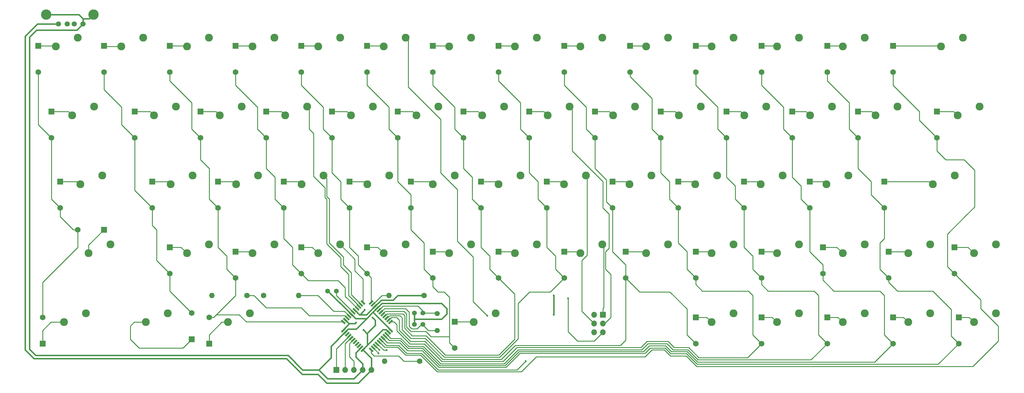
<source format=gbl>
G04 #@! TF.FileFunction,Copper,L2,Bot,Signal*
%FSLAX46Y46*%
G04 Gerber Fmt 4.6, Leading zero omitted, Abs format (unit mm)*
G04 Created by KiCad (PCBNEW 4.0.6) date Saturday, May 27, 2017 'AMt' 11:31:39 AM*
%MOMM*%
%LPD*%
G01*
G04 APERTURE LIST*
%ADD10C,0.100000*%
%ADD11C,1.400000*%
%ADD12C,1.651000*%
%ADD13R,1.651000X1.651000*%
%ADD14C,1.500000*%
%ADD15C,3.000000*%
%ADD16R,1.700000X1.700000*%
%ADD17O,1.700000X1.700000*%
%ADD18C,1.600000*%
%ADD19O,1.600000X1.600000*%
%ADD20C,2.286000*%
%ADD21C,0.600000*%
%ADD22C,0.400000*%
%ADD23C,0.250000*%
G04 APERTURE END LIST*
D10*
D11*
X157696000Y-238062000D03*
X160196000Y-238062000D03*
X157696000Y-234760000D03*
X160196000Y-234760000D03*
X135090000Y-228410000D03*
X132590000Y-228410000D03*
D12*
X48730000Y-164910000D03*
D13*
X48730000Y-157290000D03*
D12*
X67780000Y-164910000D03*
D13*
X67780000Y-157290000D03*
D12*
X86830000Y-164910000D03*
D13*
X86830000Y-157290000D03*
D12*
X105880000Y-164910000D03*
D13*
X105880000Y-157290000D03*
D12*
X124930000Y-164910000D03*
D13*
X124930000Y-157290000D03*
D12*
X143980000Y-164910000D03*
D13*
X143980000Y-157290000D03*
D12*
X163030000Y-164910000D03*
D13*
X163030000Y-157290000D03*
D12*
X182080000Y-164910000D03*
D13*
X182080000Y-157290000D03*
D12*
X201130000Y-164910000D03*
D13*
X201130000Y-157290000D03*
D12*
X220180000Y-164910000D03*
D13*
X220180000Y-157290000D03*
D12*
X239230000Y-164910000D03*
D13*
X239230000Y-157290000D03*
D12*
X258280000Y-164910000D03*
D13*
X258280000Y-157290000D03*
D12*
X277330000Y-164910000D03*
D13*
X277330000Y-157290000D03*
D12*
X296380000Y-164910000D03*
D13*
X296380000Y-157290000D03*
D12*
X52540000Y-183960000D03*
D13*
X52540000Y-176340000D03*
D12*
X76670000Y-183960000D03*
D13*
X76670000Y-176340000D03*
D12*
X95720000Y-183960000D03*
D13*
X95720000Y-176340000D03*
D12*
X114770000Y-183960000D03*
D13*
X114770000Y-176340000D03*
D12*
X133820000Y-183960000D03*
D13*
X133820000Y-176340000D03*
D12*
X152870000Y-183960000D03*
D13*
X152870000Y-176340000D03*
D12*
X171920000Y-183960000D03*
D13*
X171920000Y-176340000D03*
D12*
X190970000Y-183960000D03*
D13*
X190970000Y-176340000D03*
D12*
X210020000Y-183960000D03*
D13*
X210020000Y-176340000D03*
D12*
X229070000Y-183960000D03*
D13*
X229070000Y-176340000D03*
D12*
X248120000Y-183960000D03*
D13*
X248120000Y-176340000D03*
D12*
X267170000Y-183960000D03*
D13*
X267170000Y-176340000D03*
D12*
X286220000Y-183960000D03*
D13*
X286220000Y-176340000D03*
D12*
X309080000Y-183960000D03*
D13*
X309080000Y-176340000D03*
D12*
X55080000Y-204280000D03*
D13*
X55080000Y-196660000D03*
D12*
X81750000Y-204280000D03*
D13*
X81750000Y-196660000D03*
D12*
X100800000Y-204280000D03*
D13*
X100800000Y-196660000D03*
D12*
X119850000Y-204280000D03*
D13*
X119850000Y-196660000D03*
D12*
X138900000Y-204280000D03*
D13*
X138900000Y-196660000D03*
D12*
X156680000Y-204280000D03*
D13*
X156680000Y-196660000D03*
D12*
X177000000Y-204280000D03*
D13*
X177000000Y-196660000D03*
D12*
X196050000Y-204280000D03*
D13*
X196050000Y-196660000D03*
D12*
X215100000Y-204280000D03*
D13*
X215100000Y-196660000D03*
D12*
X234150000Y-204280000D03*
D13*
X234150000Y-196660000D03*
D12*
X253200000Y-204280000D03*
D13*
X253200000Y-196660000D03*
D12*
X272250000Y-204280000D03*
D13*
X272250000Y-196660000D03*
D12*
X293840000Y-204280000D03*
D13*
X293840000Y-196660000D03*
D12*
X60160000Y-210630000D03*
D13*
X67780000Y-210630000D03*
D12*
X86830000Y-223330000D03*
D13*
X86830000Y-215710000D03*
D12*
X105880000Y-224600000D03*
D13*
X105880000Y-216980000D03*
D12*
X124930000Y-223330000D03*
D13*
X124930000Y-215710000D03*
D12*
X143980000Y-223330000D03*
D13*
X143980000Y-215710000D03*
D12*
X163030000Y-224600000D03*
D13*
X163030000Y-216980000D03*
D12*
X182080000Y-224600000D03*
D13*
X182080000Y-216980000D03*
D12*
X201130000Y-224600000D03*
D13*
X201130000Y-216980000D03*
D12*
X218910000Y-224600000D03*
D13*
X218910000Y-216980000D03*
D12*
X239230000Y-224600000D03*
D13*
X239230000Y-216980000D03*
D12*
X258280000Y-224600000D03*
D13*
X258280000Y-216980000D03*
D12*
X276060000Y-223330000D03*
D13*
X276060000Y-215710000D03*
D12*
X295110000Y-224600000D03*
D13*
X295110000Y-216980000D03*
D12*
X50000000Y-236030000D03*
D13*
X50000000Y-243650000D03*
D12*
X93180000Y-234760000D03*
D13*
X93180000Y-242380000D03*
D12*
X98260000Y-236030000D03*
D13*
X98260000Y-243650000D03*
D12*
X169380000Y-244920000D03*
D13*
X169380000Y-237300000D03*
D12*
X239230000Y-243650000D03*
D13*
X239230000Y-236030000D03*
D12*
X258280000Y-243650000D03*
D13*
X258280000Y-236030000D03*
D12*
X277330000Y-243650000D03*
D13*
X277330000Y-236030000D03*
D12*
X296380000Y-243650000D03*
D13*
X296380000Y-236030000D03*
D12*
X315430000Y-243650000D03*
D13*
X315430000Y-236030000D03*
D12*
X314160000Y-223330000D03*
D13*
X314160000Y-215710000D03*
D14*
X61682000Y-150940000D03*
X59142000Y-150940000D03*
X57112000Y-150940000D03*
X54572000Y-150940000D03*
D15*
X64732000Y-148270000D03*
X51012000Y-148270000D03*
D16*
X212306000Y-235268000D03*
D17*
X209766000Y-235268000D03*
X212306000Y-237808000D03*
X209766000Y-237808000D03*
X212306000Y-240348000D03*
X209766000Y-240348000D03*
D18*
X160490000Y-229680000D03*
D19*
X150330000Y-229680000D03*
D18*
X114008000Y-229680000D03*
D19*
X124168000Y-229680000D03*
D18*
X109182000Y-229680000D03*
D19*
X99022000Y-229680000D03*
D18*
X159220000Y-248730000D03*
D19*
X149060000Y-248730000D03*
D20*
X60165000Y-154920000D03*
X53815000Y-157460000D03*
X79165000Y-154920000D03*
X72815000Y-157460000D03*
X98165000Y-154920000D03*
X91815000Y-157460000D03*
X117165000Y-154920000D03*
X110815000Y-157460000D03*
X136165000Y-154920000D03*
X129815000Y-157460000D03*
X155165000Y-154920000D03*
X148815000Y-157460000D03*
X174165000Y-154920000D03*
X167815000Y-157460000D03*
X193165000Y-154920000D03*
X186815000Y-157460000D03*
X212165000Y-154920000D03*
X205815000Y-157460000D03*
X231165000Y-154920000D03*
X224815000Y-157460000D03*
X250165000Y-154920000D03*
X243815000Y-157460000D03*
X269165000Y-154920000D03*
X262815000Y-157460000D03*
X288165000Y-154920000D03*
X281815000Y-157460000D03*
X316665000Y-154920000D03*
X310315000Y-157460000D03*
X64915000Y-174920000D03*
X58565000Y-177460000D03*
X88665000Y-174920000D03*
X82315000Y-177460000D03*
X107665000Y-174920000D03*
X101315000Y-177460000D03*
X126665000Y-174920000D03*
X120315000Y-177460000D03*
X145665000Y-174920000D03*
X139315000Y-177460000D03*
X164665000Y-174920000D03*
X158315000Y-177460000D03*
X183665000Y-174920000D03*
X177315000Y-177460000D03*
X202665000Y-174920000D03*
X196315000Y-177460000D03*
X221665000Y-174920000D03*
X215315000Y-177460000D03*
X240665000Y-174920000D03*
X234315000Y-177460000D03*
X259665000Y-174920000D03*
X253315000Y-177460000D03*
X278665000Y-174920000D03*
X272315000Y-177460000D03*
X297665000Y-174920000D03*
X291315000Y-177460000D03*
X321415000Y-174920000D03*
X315065000Y-177460000D03*
X67290000Y-194920000D03*
X60940000Y-197460000D03*
X93415000Y-194920000D03*
X87065000Y-197460000D03*
X112415000Y-194920000D03*
X106065000Y-197460000D03*
X131415000Y-194920000D03*
X125065000Y-197460000D03*
X150415000Y-194920000D03*
X144065000Y-197460000D03*
X169415000Y-194920000D03*
X163065000Y-197460000D03*
X188415000Y-194920000D03*
X182065000Y-197460000D03*
X207415000Y-194920000D03*
X201065000Y-197460000D03*
X226415000Y-194920000D03*
X220065000Y-197460000D03*
X245415000Y-194920000D03*
X239065000Y-197460000D03*
X264415000Y-194920000D03*
X258065000Y-197460000D03*
X283415000Y-194920000D03*
X277065000Y-197460000D03*
X314290000Y-194920000D03*
X307940000Y-197460000D03*
X98165000Y-214920000D03*
X91815000Y-217460000D03*
X117165000Y-214920000D03*
X110815000Y-217460000D03*
X136165000Y-214920000D03*
X129815000Y-217460000D03*
X155165000Y-214920000D03*
X148815000Y-217460000D03*
X174165000Y-214920000D03*
X167815000Y-217460000D03*
X193165000Y-214920000D03*
X186815000Y-217460000D03*
X212165000Y-214920000D03*
X205815000Y-217460000D03*
X231165000Y-214920000D03*
X224815000Y-217460000D03*
X250165000Y-214920000D03*
X243815000Y-217460000D03*
X269165000Y-214920000D03*
X262815000Y-217460000D03*
X288165000Y-214920000D03*
X281815000Y-217460000D03*
X62540000Y-234920000D03*
X56190000Y-237460000D03*
X86290000Y-234920000D03*
X79940000Y-237460000D03*
X110040000Y-234920000D03*
X103690000Y-237460000D03*
X181290000Y-234920000D03*
X174940000Y-237460000D03*
X250165000Y-234920000D03*
X243815000Y-237460000D03*
X269165000Y-234920000D03*
X262815000Y-237460000D03*
X288165000Y-234920000D03*
X281815000Y-237460000D03*
X307165000Y-234920000D03*
X300815000Y-237460000D03*
X326165000Y-234920000D03*
X319815000Y-237460000D03*
X326165000Y-214920000D03*
X319815000Y-217460000D03*
D10*
G36*
X136396280Y-237032042D02*
X136785188Y-236643134D01*
X137845848Y-237703794D01*
X137456940Y-238092702D01*
X136396280Y-237032042D01*
X136396280Y-237032042D01*
G37*
G36*
X136961966Y-236466357D02*
X137350874Y-236077449D01*
X138411534Y-237138109D01*
X138022626Y-237527017D01*
X136961966Y-236466357D01*
X136961966Y-236466357D01*
G37*
G36*
X137527651Y-235900672D02*
X137916559Y-235511764D01*
X138977219Y-236572424D01*
X138588311Y-236961332D01*
X137527651Y-235900672D01*
X137527651Y-235900672D01*
G37*
G36*
X138093336Y-235334986D02*
X138482244Y-234946078D01*
X139542904Y-236006738D01*
X139153996Y-236395646D01*
X138093336Y-235334986D01*
X138093336Y-235334986D01*
G37*
G36*
X138659022Y-234769301D02*
X139047930Y-234380393D01*
X140108590Y-235441053D01*
X139719682Y-235829961D01*
X138659022Y-234769301D01*
X138659022Y-234769301D01*
G37*
G36*
X139224707Y-234203615D02*
X139613615Y-233814707D01*
X140674275Y-234875367D01*
X140285367Y-235264275D01*
X139224707Y-234203615D01*
X139224707Y-234203615D01*
G37*
G36*
X139790393Y-233637930D02*
X140179301Y-233249022D01*
X141239961Y-234309682D01*
X140851053Y-234698590D01*
X139790393Y-233637930D01*
X139790393Y-233637930D01*
G37*
G36*
X140356078Y-233072244D02*
X140744986Y-232683336D01*
X141805646Y-233743996D01*
X141416738Y-234132904D01*
X140356078Y-233072244D01*
X140356078Y-233072244D01*
G37*
G36*
X140921764Y-232506559D02*
X141310672Y-232117651D01*
X142371332Y-233178311D01*
X141982424Y-233567219D01*
X140921764Y-232506559D01*
X140921764Y-232506559D01*
G37*
G36*
X141487449Y-231940874D02*
X141876357Y-231551966D01*
X142937017Y-232612626D01*
X142548109Y-233001534D01*
X141487449Y-231940874D01*
X141487449Y-231940874D01*
G37*
G36*
X142053134Y-231375188D02*
X142442042Y-230986280D01*
X143502702Y-232046940D01*
X143113794Y-232435848D01*
X142053134Y-231375188D01*
X142053134Y-231375188D01*
G37*
G36*
X145517958Y-230986280D02*
X145906866Y-231375188D01*
X144846206Y-232435848D01*
X144457298Y-232046940D01*
X145517958Y-230986280D01*
X145517958Y-230986280D01*
G37*
G36*
X146083643Y-231551966D02*
X146472551Y-231940874D01*
X145411891Y-233001534D01*
X145022983Y-232612626D01*
X146083643Y-231551966D01*
X146083643Y-231551966D01*
G37*
G36*
X146649328Y-232117651D02*
X147038236Y-232506559D01*
X145977576Y-233567219D01*
X145588668Y-233178311D01*
X146649328Y-232117651D01*
X146649328Y-232117651D01*
G37*
G36*
X147215014Y-232683336D02*
X147603922Y-233072244D01*
X146543262Y-234132904D01*
X146154354Y-233743996D01*
X147215014Y-232683336D01*
X147215014Y-232683336D01*
G37*
G36*
X147780699Y-233249022D02*
X148169607Y-233637930D01*
X147108947Y-234698590D01*
X146720039Y-234309682D01*
X147780699Y-233249022D01*
X147780699Y-233249022D01*
G37*
G36*
X148346385Y-233814707D02*
X148735293Y-234203615D01*
X147674633Y-235264275D01*
X147285725Y-234875367D01*
X148346385Y-233814707D01*
X148346385Y-233814707D01*
G37*
G36*
X148912070Y-234380393D02*
X149300978Y-234769301D01*
X148240318Y-235829961D01*
X147851410Y-235441053D01*
X148912070Y-234380393D01*
X148912070Y-234380393D01*
G37*
G36*
X149477756Y-234946078D02*
X149866664Y-235334986D01*
X148806004Y-236395646D01*
X148417096Y-236006738D01*
X149477756Y-234946078D01*
X149477756Y-234946078D01*
G37*
G36*
X150043441Y-235511764D02*
X150432349Y-235900672D01*
X149371689Y-236961332D01*
X148982781Y-236572424D01*
X150043441Y-235511764D01*
X150043441Y-235511764D01*
G37*
G36*
X150609126Y-236077449D02*
X150998034Y-236466357D01*
X149937374Y-237527017D01*
X149548466Y-237138109D01*
X150609126Y-236077449D01*
X150609126Y-236077449D01*
G37*
G36*
X151174812Y-236643134D02*
X151563720Y-237032042D01*
X150503060Y-238092702D01*
X150114152Y-237703794D01*
X151174812Y-236643134D01*
X151174812Y-236643134D01*
G37*
G36*
X150114152Y-239436206D02*
X150503060Y-239047298D01*
X151563720Y-240107958D01*
X151174812Y-240496866D01*
X150114152Y-239436206D01*
X150114152Y-239436206D01*
G37*
G36*
X149548466Y-240001891D02*
X149937374Y-239612983D01*
X150998034Y-240673643D01*
X150609126Y-241062551D01*
X149548466Y-240001891D01*
X149548466Y-240001891D01*
G37*
G36*
X148982781Y-240567576D02*
X149371689Y-240178668D01*
X150432349Y-241239328D01*
X150043441Y-241628236D01*
X148982781Y-240567576D01*
X148982781Y-240567576D01*
G37*
G36*
X148417096Y-241133262D02*
X148806004Y-240744354D01*
X149866664Y-241805014D01*
X149477756Y-242193922D01*
X148417096Y-241133262D01*
X148417096Y-241133262D01*
G37*
G36*
X147851410Y-241698947D02*
X148240318Y-241310039D01*
X149300978Y-242370699D01*
X148912070Y-242759607D01*
X147851410Y-241698947D01*
X147851410Y-241698947D01*
G37*
G36*
X147285725Y-242264633D02*
X147674633Y-241875725D01*
X148735293Y-242936385D01*
X148346385Y-243325293D01*
X147285725Y-242264633D01*
X147285725Y-242264633D01*
G37*
G36*
X146720039Y-242830318D02*
X147108947Y-242441410D01*
X148169607Y-243502070D01*
X147780699Y-243890978D01*
X146720039Y-242830318D01*
X146720039Y-242830318D01*
G37*
G36*
X146154354Y-243396004D02*
X146543262Y-243007096D01*
X147603922Y-244067756D01*
X147215014Y-244456664D01*
X146154354Y-243396004D01*
X146154354Y-243396004D01*
G37*
G36*
X145588668Y-243961689D02*
X145977576Y-243572781D01*
X147038236Y-244633441D01*
X146649328Y-245022349D01*
X145588668Y-243961689D01*
X145588668Y-243961689D01*
G37*
G36*
X145022983Y-244527374D02*
X145411891Y-244138466D01*
X146472551Y-245199126D01*
X146083643Y-245588034D01*
X145022983Y-244527374D01*
X145022983Y-244527374D01*
G37*
G36*
X144457298Y-245093060D02*
X144846206Y-244704152D01*
X145906866Y-245764812D01*
X145517958Y-246153720D01*
X144457298Y-245093060D01*
X144457298Y-245093060D01*
G37*
G36*
X143113794Y-244704152D02*
X143502702Y-245093060D01*
X142442042Y-246153720D01*
X142053134Y-245764812D01*
X143113794Y-244704152D01*
X143113794Y-244704152D01*
G37*
G36*
X142548109Y-244138466D02*
X142937017Y-244527374D01*
X141876357Y-245588034D01*
X141487449Y-245199126D01*
X142548109Y-244138466D01*
X142548109Y-244138466D01*
G37*
G36*
X141982424Y-243572781D02*
X142371332Y-243961689D01*
X141310672Y-245022349D01*
X140921764Y-244633441D01*
X141982424Y-243572781D01*
X141982424Y-243572781D01*
G37*
G36*
X141416738Y-243007096D02*
X141805646Y-243396004D01*
X140744986Y-244456664D01*
X140356078Y-244067756D01*
X141416738Y-243007096D01*
X141416738Y-243007096D01*
G37*
G36*
X140851053Y-242441410D02*
X141239961Y-242830318D01*
X140179301Y-243890978D01*
X139790393Y-243502070D01*
X140851053Y-242441410D01*
X140851053Y-242441410D01*
G37*
G36*
X140285367Y-241875725D02*
X140674275Y-242264633D01*
X139613615Y-243325293D01*
X139224707Y-242936385D01*
X140285367Y-241875725D01*
X140285367Y-241875725D01*
G37*
G36*
X139719682Y-241310039D02*
X140108590Y-241698947D01*
X139047930Y-242759607D01*
X138659022Y-242370699D01*
X139719682Y-241310039D01*
X139719682Y-241310039D01*
G37*
G36*
X139153996Y-240744354D02*
X139542904Y-241133262D01*
X138482244Y-242193922D01*
X138093336Y-241805014D01*
X139153996Y-240744354D01*
X139153996Y-240744354D01*
G37*
G36*
X138588311Y-240178668D02*
X138977219Y-240567576D01*
X137916559Y-241628236D01*
X137527651Y-241239328D01*
X138588311Y-240178668D01*
X138588311Y-240178668D01*
G37*
G36*
X138022626Y-239612983D02*
X138411534Y-240001891D01*
X137350874Y-241062551D01*
X136961966Y-240673643D01*
X138022626Y-239612983D01*
X138022626Y-239612983D01*
G37*
G36*
X137456940Y-239047298D02*
X137845848Y-239436206D01*
X136785188Y-240496866D01*
X136396280Y-240107958D01*
X137456940Y-239047298D01*
X137456940Y-239047298D01*
G37*
D14*
X164300000Y-239840000D03*
X164300000Y-234960000D03*
D16*
X135090000Y-251270000D03*
D17*
X137630000Y-251270000D03*
X140170000Y-251270000D03*
X142710000Y-251270000D03*
X145250000Y-251270000D03*
D20*
X307165000Y-214920000D03*
X300815000Y-217460000D03*
X69665000Y-214920000D03*
X63315000Y-217460000D03*
D21*
X147536000Y-245428000D03*
X149695000Y-245555000D03*
X198082000Y-235268000D03*
X198082000Y-229680000D03*
X143345000Y-233871000D03*
X145631000Y-236157000D03*
X140805000Y-237554000D03*
X142964000Y-239713000D03*
X202273000Y-230569000D03*
X178778000Y-235522000D03*
X147282000Y-246444000D03*
X189954000Y-248730000D03*
D22*
X142710000Y-251270000D02*
X142710000Y-249492000D01*
X140805000Y-246270483D02*
X142212233Y-244863250D01*
X140805000Y-247587000D02*
X140805000Y-246270483D01*
X142710000Y-249492000D02*
X140805000Y-247587000D01*
X46190000Y-244920000D02*
X46190000Y-245301000D01*
X46190000Y-154750000D02*
X46190000Y-197930000D01*
X46190000Y-197930000D02*
X46190000Y-244920000D01*
X130010000Y-251270000D02*
X127978000Y-251270000D01*
X59904000Y-152718000D02*
X61682000Y-150940000D01*
X48222000Y-152718000D02*
X59904000Y-152718000D01*
X46190000Y-154750000D02*
X48222000Y-152718000D01*
X125311000Y-251270000D02*
X127978000Y-251270000D01*
X121120000Y-247079000D02*
X125311000Y-251270000D01*
X47968000Y-247079000D02*
X121120000Y-247079000D01*
X46190000Y-245301000D02*
X47968000Y-247079000D01*
X61682000Y-149416000D02*
X63586000Y-149416000D01*
X63586000Y-149416000D02*
X64732000Y-148270000D01*
X61682000Y-150940000D02*
X61682000Y-149416000D01*
X61682000Y-149416000D02*
X61682000Y-149414000D01*
X60538000Y-148270000D02*
X51012000Y-148270000D01*
X61682000Y-149414000D02*
X60538000Y-148270000D01*
X63588000Y-148778000D02*
X64732000Y-148778000D01*
X137686750Y-240337767D02*
X137686750Y-240291250D01*
X137686750Y-240291250D02*
X138519000Y-239459000D01*
X140828258Y-239459000D02*
X143887887Y-236399371D01*
X138519000Y-239459000D02*
X140828258Y-239459000D01*
X150838936Y-239772082D02*
X150838936Y-239713936D01*
X150838936Y-239713936D02*
X145706129Y-234581129D01*
X140678000Y-236399371D02*
X143887887Y-236399371D01*
X143887887Y-236399371D02*
X145706129Y-234581129D01*
X145706129Y-234581129D02*
X146879138Y-233408120D01*
X140678000Y-236399371D02*
X139383806Y-235105177D01*
X130010000Y-251270000D02*
X133566000Y-247714000D01*
X133566000Y-244458517D02*
X137686750Y-240337767D01*
X133566000Y-247714000D02*
X133566000Y-244458517D01*
X132590000Y-228410000D02*
X132688629Y-228410000D01*
X132688629Y-228410000D02*
X139383806Y-235105177D01*
X157696000Y-236538000D02*
X165570000Y-236538000D01*
X165570000Y-236538000D02*
X167094000Y-235014000D01*
X167094000Y-235014000D02*
X167094000Y-233490000D01*
X167094000Y-233490000D02*
X165570000Y-231966000D01*
X165570000Y-231966000D02*
X148321258Y-231966000D01*
X148321258Y-231966000D02*
X146879138Y-233408120D01*
X157696000Y-234760000D02*
X157696000Y-236538000D01*
X157696000Y-236538000D02*
X157696000Y-238062000D01*
X140170000Y-253810000D02*
X142710000Y-251270000D01*
X132550000Y-253810000D02*
X140170000Y-253810000D01*
X130010000Y-251270000D02*
X132550000Y-253810000D01*
D23*
X160196000Y-238062000D02*
X159728000Y-238062000D01*
X159728000Y-238062000D02*
X158458000Y-239332000D01*
X149060000Y-233490000D02*
X148010509Y-234539491D01*
X155156000Y-233490000D02*
X149060000Y-233490000D01*
X156172000Y-234506000D02*
X155156000Y-233490000D01*
X156172000Y-238570000D02*
X156172000Y-234506000D01*
X156934000Y-239332000D02*
X156172000Y-238570000D01*
X158458000Y-239332000D02*
X156934000Y-239332000D01*
X160196000Y-238062000D02*
X160196000Y-238276000D01*
X160196000Y-238276000D02*
X161760000Y-239840000D01*
X161760000Y-239840000D02*
X164300000Y-239840000D01*
X160196000Y-234760000D02*
X160196000Y-234212000D01*
X160196000Y-234212000D02*
X158712000Y-232728000D01*
X148690629Y-232728000D02*
X147444823Y-233973806D01*
X158712000Y-232728000D02*
X148690629Y-232728000D01*
X160196000Y-234760000D02*
X164100000Y-234760000D01*
X164100000Y-234760000D02*
X164300000Y-234960000D01*
X147444823Y-233973806D02*
X147444823Y-233835177D01*
X135090000Y-228410000D02*
X135090000Y-229680000D01*
X135090000Y-229680000D02*
X139949491Y-234539491D01*
X146405565Y-244297565D02*
X147536000Y-245428000D01*
X146313452Y-244297565D02*
X146405565Y-244297565D01*
X50000000Y-236030000D02*
X50000000Y-225870000D01*
X50000000Y-225870000D02*
X60160000Y-215710000D01*
X60160000Y-215710000D02*
X60160000Y-210630000D01*
X55080000Y-204280000D02*
X55080000Y-206820000D01*
X58890000Y-210630000D02*
X60160000Y-210630000D01*
X55080000Y-206820000D02*
X58890000Y-210630000D01*
X52540000Y-183960000D02*
X52540000Y-201740000D01*
X52540000Y-201740000D02*
X55080000Y-204280000D01*
X48730000Y-164910000D02*
X48730000Y-180150000D01*
X48730000Y-180150000D02*
X52540000Y-183960000D01*
X48730000Y-157290000D02*
X53645000Y-157290000D01*
X53645000Y-157290000D02*
X53815000Y-157460000D01*
X148806000Y-245555000D02*
X149695000Y-245555000D01*
X146982880Y-243731880D02*
X148806000Y-245555000D01*
X146879138Y-243731880D02*
X146982880Y-243731880D01*
X146879138Y-243731880D02*
X146879138Y-243755138D01*
X86830000Y-223330000D02*
X86830000Y-228410000D01*
X86830000Y-228410000D02*
X93180000Y-234760000D01*
X81750000Y-204280000D02*
X81750000Y-209360000D01*
X83020000Y-219520000D02*
X86830000Y-223330000D01*
X83020000Y-210630000D02*
X83020000Y-219520000D01*
X81750000Y-209360000D02*
X83020000Y-210630000D01*
X76670000Y-183960000D02*
X76670000Y-199200000D01*
X76670000Y-199200000D02*
X81750000Y-204280000D01*
X67780000Y-164910000D02*
X67780000Y-169990000D01*
X72860000Y-180150000D02*
X76670000Y-183960000D01*
X72860000Y-175070000D02*
X72860000Y-180150000D01*
X67780000Y-169990000D02*
X72860000Y-175070000D01*
X72815000Y-157460000D02*
X67950000Y-157460000D01*
X67950000Y-157460000D02*
X67780000Y-157290000D01*
X137121064Y-237367918D02*
X108995918Y-237367918D01*
X106896000Y-235268000D02*
X100292000Y-235268000D01*
X108995918Y-237367918D02*
X106896000Y-235268000D01*
X98260000Y-236030000D02*
X99530000Y-236030000D01*
X105880000Y-229680000D02*
X105880000Y-224600000D01*
X99530000Y-236030000D02*
X100292000Y-235268000D01*
X100292000Y-235268000D02*
X105880000Y-229680000D01*
X100800000Y-204280000D02*
X100800000Y-215710000D01*
X103340000Y-222060000D02*
X105880000Y-224600000D01*
X103340000Y-218250000D02*
X103340000Y-222060000D01*
X100800000Y-215710000D02*
X103340000Y-218250000D01*
X95720000Y-183960000D02*
X95720000Y-190310000D01*
X98260000Y-201740000D02*
X100800000Y-204280000D01*
X98260000Y-192850000D02*
X98260000Y-201740000D01*
X95720000Y-190310000D02*
X98260000Y-192850000D01*
X86830000Y-164910000D02*
X86830000Y-167450000D01*
X93180000Y-181420000D02*
X95720000Y-183960000D01*
X93180000Y-173800000D02*
X93180000Y-181420000D01*
X86830000Y-167450000D02*
X93180000Y-173800000D01*
X86830000Y-157290000D02*
X91645000Y-157290000D01*
X91645000Y-157290000D02*
X91815000Y-157460000D01*
X141080862Y-233408120D02*
X141080862Y-233384862D01*
X141080862Y-233384862D02*
X137630000Y-229934000D01*
X126962000Y-225362000D02*
X124930000Y-223330000D01*
X135598000Y-225362000D02*
X126962000Y-225362000D01*
X137630000Y-227394000D02*
X135598000Y-225362000D01*
X137630000Y-229934000D02*
X137630000Y-227394000D01*
X119850000Y-204280000D02*
X119850000Y-213170000D01*
X122390000Y-220790000D02*
X124930000Y-223330000D01*
X122390000Y-215710000D02*
X122390000Y-220790000D01*
X119850000Y-213170000D02*
X122390000Y-215710000D01*
X114770000Y-183960000D02*
X114770000Y-192850000D01*
X117310000Y-201740000D02*
X119850000Y-204280000D01*
X117310000Y-195390000D02*
X117310000Y-201740000D01*
X114770000Y-192850000D02*
X117310000Y-195390000D01*
X105880000Y-164910000D02*
X105880000Y-168720000D01*
X112230000Y-181420000D02*
X114770000Y-183960000D01*
X112230000Y-175070000D02*
X112230000Y-181420000D01*
X105880000Y-168720000D02*
X112230000Y-175070000D01*
X105880000Y-157290000D02*
X110645000Y-157290000D01*
X110645000Y-157290000D02*
X110815000Y-157460000D01*
X145182082Y-231711064D02*
X145182082Y-224532082D01*
X145182082Y-224532082D02*
X143980000Y-223330000D01*
X138900000Y-204280000D02*
X138900000Y-215710000D01*
X141440000Y-220790000D02*
X143980000Y-223330000D01*
X141440000Y-218250000D02*
X141440000Y-220790000D01*
X138900000Y-215710000D02*
X141440000Y-218250000D01*
X133820000Y-183960000D02*
X133820000Y-194120000D01*
X136360000Y-201740000D02*
X138900000Y-204280000D01*
X136360000Y-196660000D02*
X136360000Y-201740000D01*
X133820000Y-194120000D02*
X136360000Y-196660000D01*
X124930000Y-164910000D02*
X124930000Y-168720000D01*
X131280000Y-181420000D02*
X133820000Y-183960000D01*
X131280000Y-175070000D02*
X131280000Y-181420000D01*
X124930000Y-168720000D02*
X131280000Y-175070000D01*
X124930000Y-157290000D02*
X129645000Y-157290000D01*
X129645000Y-157290000D02*
X129815000Y-157460000D01*
X168364000Y-243904000D02*
X167856000Y-243396000D01*
X169380000Y-244920000D02*
X168364000Y-243904000D01*
X167856000Y-243396000D02*
X167856000Y-241618000D01*
X148576194Y-235105177D02*
X148576194Y-234989806D01*
X148576194Y-234989806D02*
X149314000Y-234252000D01*
X162522000Y-241618000D02*
X167856000Y-241618000D01*
X160998000Y-240094000D02*
X162522000Y-241618000D01*
X156680000Y-240094000D02*
X160998000Y-240094000D01*
X155410000Y-238824000D02*
X156680000Y-240094000D01*
X155410000Y-235014000D02*
X155410000Y-238824000D01*
X154648000Y-234252000D02*
X155410000Y-235014000D01*
X149314000Y-234252000D02*
X154648000Y-234252000D01*
X163030000Y-224600000D02*
X163030000Y-227140000D01*
X167856000Y-230188000D02*
X167856000Y-241618000D01*
X166332000Y-228664000D02*
X167856000Y-230188000D01*
X164554000Y-228664000D02*
X166332000Y-228664000D01*
X163030000Y-227140000D02*
X164554000Y-228664000D01*
X156680000Y-204280000D02*
X156680000Y-210630000D01*
X160490000Y-222060000D02*
X163030000Y-224600000D01*
X160490000Y-214440000D02*
X160490000Y-222060000D01*
X156680000Y-210630000D02*
X160490000Y-214440000D01*
X152870000Y-183960000D02*
X152870000Y-196660000D01*
X156680000Y-200470000D02*
X156680000Y-204280000D01*
X152870000Y-196660000D02*
X156680000Y-200470000D01*
X143980000Y-164910000D02*
X143980000Y-168720000D01*
X150330000Y-181420000D02*
X152870000Y-183960000D01*
X150330000Y-175070000D02*
X150330000Y-181420000D01*
X143980000Y-168720000D02*
X150330000Y-175070000D01*
X143980000Y-157290000D02*
X148645000Y-157290000D01*
X148645000Y-157290000D02*
X148815000Y-157460000D01*
X154902000Y-235522000D02*
X154902000Y-239205000D01*
X154394000Y-235014000D02*
X154902000Y-235522000D01*
X149822000Y-235014000D02*
X154394000Y-235014000D01*
X149165138Y-235670862D02*
X149822000Y-235014000D01*
X186779000Y-229299000D02*
X182080000Y-224600000D01*
X186779000Y-242380000D02*
X186779000Y-229299000D01*
X182207000Y-246952000D02*
X186779000Y-242380000D01*
X166713000Y-246952000D02*
X182207000Y-246952000D01*
X161125000Y-241364000D02*
X166713000Y-246952000D01*
X157061000Y-241364000D02*
X161125000Y-241364000D01*
X154902000Y-239205000D02*
X157061000Y-241364000D01*
X149141880Y-235670862D02*
X149165138Y-235670862D01*
X177000000Y-204280000D02*
X177000000Y-215710000D01*
X177000000Y-215710000D02*
X179540000Y-218250000D01*
X179540000Y-218250000D02*
X179540000Y-222060000D01*
X179540000Y-222060000D02*
X182080000Y-224600000D01*
X171920000Y-183960000D02*
X171920000Y-192850000D01*
X174460000Y-201740000D02*
X177000000Y-204280000D01*
X174460000Y-195390000D02*
X174460000Y-201740000D01*
X171920000Y-192850000D02*
X174460000Y-195390000D01*
X163030000Y-164910000D02*
X163030000Y-168720000D01*
X169380000Y-181420000D02*
X171920000Y-183960000D01*
X169380000Y-175070000D02*
X169380000Y-181420000D01*
X163030000Y-168720000D02*
X169380000Y-175070000D01*
X167645000Y-157290000D02*
X167815000Y-157460000D01*
X163030000Y-157290000D02*
X167645000Y-157290000D01*
X150584000Y-235522000D02*
X153505000Y-235522000D01*
X154140000Y-239586000D02*
X156680000Y-242126000D01*
X156680000Y-242126000D02*
X160871000Y-242126000D01*
X160871000Y-242126000D02*
X166332000Y-247587000D01*
X166332000Y-247587000D02*
X182461000Y-247587000D01*
X182461000Y-247587000D02*
X187795000Y-242253000D01*
X187795000Y-242253000D02*
X187795000Y-231966000D01*
X187795000Y-231966000D02*
X191097000Y-228664000D01*
X191097000Y-228664000D02*
X197066000Y-228664000D01*
X201130000Y-224600000D02*
X197066000Y-228664000D01*
X150584000Y-235522000D02*
X149869452Y-236236548D01*
X154140000Y-236157000D02*
X154140000Y-239586000D01*
X153505000Y-235522000D02*
X154140000Y-236157000D01*
X149707565Y-236236548D02*
X149869452Y-236236548D01*
X196050000Y-204280000D02*
X196050000Y-215710000D01*
X196050000Y-215710000D02*
X198590000Y-218250000D01*
X198590000Y-218250000D02*
X198590000Y-222060000D01*
X198590000Y-222060000D02*
X201130000Y-224600000D01*
X190970000Y-183960000D02*
X190970000Y-194120000D01*
X193510000Y-201740000D02*
X196050000Y-204280000D01*
X193510000Y-196660000D02*
X193510000Y-201740000D01*
X190970000Y-194120000D02*
X193510000Y-196660000D01*
X182080000Y-164910000D02*
X182080000Y-167450000D01*
X188430000Y-181420000D02*
X190970000Y-183960000D01*
X188430000Y-173800000D02*
X188430000Y-181420000D01*
X182080000Y-167450000D02*
X188430000Y-173800000D01*
X182080000Y-157290000D02*
X186645000Y-157290000D01*
X186645000Y-157290000D02*
X186815000Y-157460000D01*
X151092000Y-236030000D02*
X152565200Y-236030000D01*
X150319767Y-236802233D02*
X151092000Y-236030000D01*
X153327200Y-236792000D02*
X153327200Y-239789200D01*
X152565200Y-236030000D02*
X153327200Y-236792000D01*
X212560000Y-195390000D02*
X213322000Y-196152000D01*
X210020000Y-192850000D02*
X212560000Y-195390000D01*
X210020000Y-183960000D02*
X210020000Y-192850000D01*
X213322000Y-202502000D02*
X215100000Y-204280000D01*
X213322000Y-196152000D02*
X213322000Y-202502000D01*
X182588000Y-248222000D02*
X182842000Y-248222000D01*
X182842000Y-248222000D02*
X186906000Y-244158000D01*
X186906000Y-244158000D02*
X217386000Y-244158000D01*
X217386000Y-244158000D02*
X218910000Y-242634000D01*
X218910000Y-242634000D02*
X218910000Y-224600000D01*
X153327200Y-239789200D02*
X156553000Y-243015000D01*
X156553000Y-243015000D02*
X160744000Y-243015000D01*
X160744000Y-243015000D02*
X165951000Y-248222000D01*
X165951000Y-248222000D02*
X182588000Y-248222000D01*
X153314500Y-239776500D02*
X153327200Y-239789200D01*
X218910000Y-224600000D02*
X222974000Y-228664000D01*
X222974000Y-228664000D02*
X231737000Y-228664000D01*
X231737000Y-228664000D02*
X236690000Y-233617000D01*
X236690000Y-233617000D02*
X236690000Y-241110000D01*
X236690000Y-241110000D02*
X239230000Y-243650000D01*
X150273250Y-236802233D02*
X150319767Y-236802233D01*
X215100000Y-204280000D02*
X215100000Y-216980000D01*
X215100000Y-216980000D02*
X218910000Y-220790000D01*
X218910000Y-220790000D02*
X218910000Y-224600000D01*
X201130000Y-164910000D02*
X201130000Y-168720000D01*
X207480000Y-181420000D02*
X210020000Y-183960000D01*
X207480000Y-175070000D02*
X207480000Y-181420000D01*
X201130000Y-168720000D02*
X207480000Y-175070000D01*
X201130000Y-157290000D02*
X205645000Y-157290000D01*
X205645000Y-157290000D02*
X205815000Y-157460000D01*
X222720000Y-244793000D02*
X223355000Y-244793000D01*
X233007000Y-244793000D02*
X232880000Y-244793000D01*
X231229000Y-243015000D02*
X233007000Y-244793000D01*
X225133000Y-243015000D02*
X231229000Y-243015000D01*
X223355000Y-244793000D02*
X225133000Y-243015000D01*
X183223000Y-248857000D02*
X183350000Y-248857000D01*
X183350000Y-248857000D02*
X187414000Y-244793000D01*
X254216000Y-247714000D02*
X258280000Y-243650000D01*
X240119000Y-247714000D02*
X254216000Y-247714000D01*
X237198000Y-244793000D02*
X240119000Y-247714000D01*
X187414000Y-244793000D02*
X222720000Y-244793000D01*
X232880000Y-244793000D02*
X237198000Y-244793000D01*
X152611582Y-238193418D02*
X152611582Y-239962582D01*
X165697000Y-248857000D02*
X183223000Y-248857000D01*
X160617000Y-243777000D02*
X165697000Y-248857000D01*
X156426000Y-243777000D02*
X160617000Y-243777000D01*
X152611582Y-239962582D02*
X156426000Y-243777000D01*
X239230000Y-224600000D02*
X239230000Y-226505000D01*
X255740000Y-241110000D02*
X258280000Y-243650000D01*
X255740000Y-229680000D02*
X255740000Y-241110000D01*
X254470000Y-228410000D02*
X255740000Y-229680000D01*
X241135000Y-228410000D02*
X254470000Y-228410000D01*
X239230000Y-226505000D02*
X241135000Y-228410000D01*
X234150000Y-204280000D02*
X234150000Y-214440000D01*
X236690000Y-222060000D02*
X239230000Y-224600000D01*
X236690000Y-216980000D02*
X236690000Y-222060000D01*
X234150000Y-214440000D02*
X236690000Y-216980000D01*
X229070000Y-183960000D02*
X229070000Y-194120000D01*
X231610000Y-201740000D02*
X234150000Y-204280000D01*
X231610000Y-196660000D02*
X231610000Y-201740000D01*
X229070000Y-194120000D02*
X231610000Y-196660000D01*
X220180000Y-164910000D02*
X220180000Y-166180000D01*
X226530000Y-181420000D02*
X229070000Y-183960000D01*
X226530000Y-172530000D02*
X226530000Y-181420000D01*
X220180000Y-166180000D02*
X226530000Y-172530000D01*
X150838936Y-237367918D02*
X151786082Y-237367918D01*
X151786082Y-237367918D02*
X152611582Y-238193418D01*
X152611582Y-238193418D02*
X152616000Y-238197836D01*
X220180000Y-157290000D02*
X224645000Y-157290000D01*
X224645000Y-157290000D02*
X224815000Y-157460000D01*
X223355000Y-245428000D02*
X223609000Y-245428000D01*
X230848000Y-243650000D02*
X232626000Y-245428000D01*
X225387000Y-243650000D02*
X230848000Y-243650000D01*
X223609000Y-245428000D02*
X225387000Y-243650000D01*
X242786000Y-248349000D02*
X272631000Y-248349000D01*
X236944000Y-245428000D02*
X239865000Y-248349000D01*
X239865000Y-248349000D02*
X242786000Y-248349000D01*
X213322000Y-245428000D02*
X223355000Y-245428000D01*
X232626000Y-245428000D02*
X236944000Y-245428000D01*
X272631000Y-248349000D02*
X277330000Y-243650000D01*
X183604000Y-249492000D02*
X183731000Y-249492000D01*
X165316000Y-249492000D02*
X183604000Y-249492000D01*
X160363000Y-244539000D02*
X165316000Y-249492000D01*
X156172000Y-244539000D02*
X160363000Y-244539000D01*
X153759000Y-242126000D02*
X156172000Y-244539000D01*
X150838000Y-242126000D02*
X153759000Y-242126000D01*
X149707565Y-240995565D02*
X150838000Y-242126000D01*
X187795000Y-245428000D02*
X213322000Y-245428000D01*
X213322000Y-245428000D02*
X213449000Y-245428000D01*
X183731000Y-249492000D02*
X187795000Y-245428000D01*
X149707565Y-240903452D02*
X149707565Y-240995565D01*
X258280000Y-224600000D02*
X258280000Y-226505000D01*
X258280000Y-226505000D02*
X260185000Y-228410000D01*
X260185000Y-228410000D02*
X273520000Y-228410000D01*
X273520000Y-228410000D02*
X274790000Y-229680000D01*
X274790000Y-229680000D02*
X274790000Y-241110000D01*
X274790000Y-241110000D02*
X277330000Y-243650000D01*
X253200000Y-204280000D02*
X253200000Y-215710000D01*
X255740000Y-222060000D02*
X258280000Y-224600000D01*
X255740000Y-218250000D02*
X255740000Y-222060000D01*
X253200000Y-215710000D02*
X255740000Y-218250000D01*
X248120000Y-183960000D02*
X248120000Y-195390000D01*
X250660000Y-201740000D02*
X253200000Y-204280000D01*
X250660000Y-197930000D02*
X250660000Y-201740000D01*
X248120000Y-195390000D02*
X250660000Y-197930000D01*
X239230000Y-164910000D02*
X239230000Y-168720000D01*
X245580000Y-181420000D02*
X248120000Y-183960000D01*
X245580000Y-175070000D02*
X245580000Y-181420000D01*
X239230000Y-168720000D02*
X245580000Y-175070000D01*
X239230000Y-157290000D02*
X243645000Y-157290000D01*
X243645000Y-157290000D02*
X243815000Y-157460000D01*
X224117000Y-245936000D02*
X225768000Y-244285000D01*
X230467000Y-244285000D02*
X232118000Y-245936000D01*
X225768000Y-244285000D02*
X230467000Y-244285000D01*
X259042000Y-248984000D02*
X291046000Y-248984000D01*
X236690000Y-245936000D02*
X239738000Y-248984000D01*
X239738000Y-248984000D02*
X259042000Y-248984000D01*
X183985000Y-250000000D02*
X188049000Y-245936000D01*
X149165138Y-241469138D02*
X150457000Y-242761000D01*
X150457000Y-242761000D02*
X153632000Y-242761000D01*
X153632000Y-242761000D02*
X155918699Y-245047699D01*
X155918699Y-245047699D02*
X160109699Y-245047699D01*
X160109699Y-245047699D02*
X165062000Y-250000000D01*
X165062000Y-250000000D02*
X183985000Y-250000000D01*
X188049000Y-245936000D02*
X215989000Y-245936000D01*
X215989000Y-245936000D02*
X224117000Y-245936000D01*
X232118000Y-245936000D02*
X236690000Y-245936000D01*
X291046000Y-248984000D02*
X296380000Y-243650000D01*
X149141880Y-241469138D02*
X149165138Y-241469138D01*
X276060000Y-223330000D02*
X276060000Y-225235000D01*
X276060000Y-225235000D02*
X279235000Y-228410000D01*
X279235000Y-228410000D02*
X292570000Y-228410000D01*
X292570000Y-228410000D02*
X293840000Y-229680000D01*
X293840000Y-229680000D02*
X293840000Y-241110000D01*
X293840000Y-241110000D02*
X296380000Y-243650000D01*
X272250000Y-204280000D02*
X272250000Y-216980000D01*
X276060000Y-220790000D02*
X276060000Y-223330000D01*
X272250000Y-216980000D02*
X276060000Y-220790000D01*
X267170000Y-183960000D02*
X267170000Y-195390000D01*
X269710000Y-201740000D02*
X272250000Y-204280000D01*
X269710000Y-197930000D02*
X269710000Y-201740000D01*
X267170000Y-195390000D02*
X269710000Y-197930000D01*
X258280000Y-164910000D02*
X258280000Y-168720000D01*
X264630000Y-181420000D02*
X267170000Y-183960000D01*
X264630000Y-175070000D02*
X264630000Y-181420000D01*
X258280000Y-168720000D02*
X264630000Y-175070000D01*
X258280000Y-157290000D02*
X262645000Y-157290000D01*
X262645000Y-157290000D02*
X262815000Y-157460000D01*
X306159000Y-228410000D02*
X307937000Y-228410000D01*
X313271000Y-241491000D02*
X315430000Y-243650000D01*
X313271000Y-233744000D02*
X313271000Y-241491000D01*
X307937000Y-228410000D02*
X313271000Y-233744000D01*
X292697000Y-249619000D02*
X309461000Y-249619000D01*
X309461000Y-249619000D02*
X315430000Y-243650000D01*
X292824000Y-249619000D02*
X292697000Y-249619000D01*
X292697000Y-249619000D02*
X246469000Y-249619000D01*
X224498000Y-246444000D02*
X222339000Y-246444000D01*
X224498000Y-246444000D02*
X226022000Y-244920000D01*
X226022000Y-244920000D02*
X230340000Y-244920000D01*
X230340000Y-244920000D02*
X231991000Y-246571000D01*
X231991000Y-246571000D02*
X236563000Y-246571000D01*
X236563000Y-246571000D02*
X239611000Y-249619000D01*
X239611000Y-249619000D02*
X246469000Y-249619000D01*
X222339000Y-246444000D02*
X222466000Y-246444000D01*
X180937000Y-250508000D02*
X184239000Y-250508000D01*
X164808000Y-250508000D02*
X180937000Y-250508000D01*
X159982000Y-245682000D02*
X164808000Y-250508000D01*
X155791000Y-245682000D02*
X159982000Y-245682000D01*
X153505000Y-243396000D02*
X155791000Y-245682000D01*
X149949000Y-243396000D02*
X153505000Y-243396000D01*
X148587823Y-242034823D02*
X149949000Y-243396000D01*
X188303000Y-246444000D02*
X222339000Y-246444000D01*
X184239000Y-250508000D02*
X188303000Y-246444000D01*
X148576194Y-242034823D02*
X148587823Y-242034823D01*
X295110000Y-224600000D02*
X295110000Y-225870000D01*
X295110000Y-225870000D02*
X297650000Y-228410000D01*
X293840000Y-204280000D02*
X293840000Y-213170000D01*
X292570000Y-222060000D02*
X295110000Y-224600000D01*
X292570000Y-214440000D02*
X292570000Y-222060000D01*
X293840000Y-213170000D02*
X292570000Y-214440000D01*
X286220000Y-183960000D02*
X286220000Y-192850000D01*
X290030000Y-200470000D02*
X293840000Y-204280000D01*
X290030000Y-196660000D02*
X290030000Y-200470000D01*
X286220000Y-192850000D02*
X290030000Y-196660000D01*
X277330000Y-164910000D02*
X277330000Y-167450000D01*
X283680000Y-181420000D02*
X286220000Y-183960000D01*
X283680000Y-173800000D02*
X283680000Y-181420000D01*
X277330000Y-167450000D02*
X283680000Y-173800000D01*
X297650000Y-228410000D02*
X306159000Y-228410000D01*
X277330000Y-157290000D02*
X281645000Y-157290000D01*
X281645000Y-157290000D02*
X281815000Y-157460000D01*
X226276000Y-245682000D02*
X226530000Y-245428000D01*
X230340000Y-245682000D02*
X231864000Y-247206000D01*
X236436000Y-247206000D02*
X239484000Y-250254000D01*
X231864000Y-247206000D02*
X236436000Y-247206000D01*
X242786000Y-250254000D02*
X239484000Y-250254000D01*
X212560000Y-247460000D02*
X224498000Y-247460000D01*
X188684000Y-251778000D02*
X193002000Y-247460000D01*
X193002000Y-247460000D02*
X212560000Y-247460000D01*
X182334000Y-251778000D02*
X187922000Y-251778000D01*
X164300000Y-251778000D02*
X182334000Y-251778000D01*
X159474000Y-246952000D02*
X164300000Y-251778000D01*
X155156000Y-246952000D02*
X159474000Y-246952000D01*
X152870000Y-244666000D02*
X155156000Y-246952000D01*
X149060000Y-244666000D02*
X152870000Y-244666000D01*
X149060000Y-244666000D02*
X147560194Y-243166194D01*
X187922000Y-251778000D02*
X188684000Y-251778000D01*
X224498000Y-247460000D02*
X226276000Y-245682000D01*
X230086000Y-245428000D02*
X230340000Y-245682000D01*
X226530000Y-245428000D02*
X230086000Y-245428000D01*
X317589000Y-206439000D02*
X320002000Y-204026000D01*
X309080000Y-187770000D02*
X309080000Y-183960000D01*
X311620000Y-190310000D02*
X309080000Y-187770000D01*
X316954000Y-190310000D02*
X311620000Y-190310000D01*
X320002000Y-193358000D02*
X316954000Y-190310000D01*
X320002000Y-204026000D02*
X320002000Y-193358000D01*
X314160000Y-223330000D02*
X312128000Y-221298000D01*
X312128000Y-211900000D02*
X317589000Y-206439000D01*
X317589000Y-206439000D02*
X317716000Y-206312000D01*
X312128000Y-221298000D02*
X312128000Y-211900000D01*
X321780000Y-233490000D02*
X321780000Y-230950000D01*
X319494000Y-250254000D02*
X326860000Y-242888000D01*
X326860000Y-242888000D02*
X326860000Y-238570000D01*
X326860000Y-238570000D02*
X321780000Y-233490000D01*
X311620000Y-250254000D02*
X278092000Y-250254000D01*
X242786000Y-250254000D02*
X278092000Y-250254000D01*
X311620000Y-250254000D02*
X319494000Y-250254000D01*
X321780000Y-230950000D02*
X314160000Y-223330000D01*
X242786000Y-250254000D02*
X243040000Y-250254000D01*
X147444823Y-243166194D02*
X147560194Y-243166194D01*
X296380000Y-164910000D02*
X296380000Y-168720000D01*
X296380000Y-168720000D02*
X304000000Y-176340000D01*
X304000000Y-176340000D02*
X304000000Y-178880000D01*
X304000000Y-178880000D02*
X309080000Y-183960000D01*
X296380000Y-157290000D02*
X310145000Y-157290000D01*
X310145000Y-157290000D02*
X310315000Y-157460000D01*
X52540000Y-176340000D02*
X57445000Y-176340000D01*
X57445000Y-176340000D02*
X58565000Y-177460000D01*
X76670000Y-176340000D02*
X81195000Y-176340000D01*
X81195000Y-176340000D02*
X82315000Y-177460000D01*
X95720000Y-176340000D02*
X100195000Y-176340000D01*
X100195000Y-176340000D02*
X101315000Y-177460000D01*
X114770000Y-176340000D02*
X119195000Y-176340000D01*
X119195000Y-176340000D02*
X120315000Y-177460000D01*
X133820000Y-176340000D02*
X138195000Y-176340000D01*
X138195000Y-176340000D02*
X139315000Y-177460000D01*
X152870000Y-176340000D02*
X157195000Y-176340000D01*
X157195000Y-176340000D02*
X158315000Y-177460000D01*
X176195000Y-176340000D02*
X177315000Y-177460000D01*
X171920000Y-176340000D02*
X176195000Y-176340000D01*
X190970000Y-176340000D02*
X195195000Y-176340000D01*
X195195000Y-176340000D02*
X196315000Y-177460000D01*
X210020000Y-176340000D02*
X214195000Y-176340000D01*
X214195000Y-176340000D02*
X215315000Y-177460000D01*
X229070000Y-176340000D02*
X233195000Y-176340000D01*
X233195000Y-176340000D02*
X234315000Y-177460000D01*
X248120000Y-176340000D02*
X252195000Y-176340000D01*
X252195000Y-176340000D02*
X253315000Y-177460000D01*
X267170000Y-176340000D02*
X271195000Y-176340000D01*
X271195000Y-176340000D02*
X272315000Y-177460000D01*
X286220000Y-176340000D02*
X290195000Y-176340000D01*
X290195000Y-176340000D02*
X291315000Y-177460000D01*
X309080000Y-176340000D02*
X313945000Y-176340000D01*
X313945000Y-176340000D02*
X315065000Y-177460000D01*
X55080000Y-196660000D02*
X60140000Y-196660000D01*
X60140000Y-196660000D02*
X60940000Y-197460000D01*
X81750000Y-196660000D02*
X86265000Y-196660000D01*
X86265000Y-196660000D02*
X87065000Y-197460000D01*
X100800000Y-196660000D02*
X105265000Y-196660000D01*
X105265000Y-196660000D02*
X106065000Y-197460000D01*
X119850000Y-196660000D02*
X124265000Y-196660000D01*
X124265000Y-196660000D02*
X125065000Y-197460000D01*
X138900000Y-196660000D02*
X143265000Y-196660000D01*
X143265000Y-196660000D02*
X144065000Y-197460000D01*
X156680000Y-196660000D02*
X162265000Y-196660000D01*
X162265000Y-196660000D02*
X163065000Y-197460000D01*
X177000000Y-196660000D02*
X181265000Y-196660000D01*
X181265000Y-196660000D02*
X182065000Y-197460000D01*
X196050000Y-196660000D02*
X200265000Y-196660000D01*
X200265000Y-196660000D02*
X201065000Y-197460000D01*
X215100000Y-196660000D02*
X219265000Y-196660000D01*
X219265000Y-196660000D02*
X220065000Y-197460000D01*
X234150000Y-196660000D02*
X238265000Y-196660000D01*
X238265000Y-196660000D02*
X239065000Y-197460000D01*
X253200000Y-196660000D02*
X257265000Y-196660000D01*
X257265000Y-196660000D02*
X258065000Y-197460000D01*
X272250000Y-196660000D02*
X276265000Y-196660000D01*
X276265000Y-196660000D02*
X277065000Y-197460000D01*
X293840000Y-196660000D02*
X307140000Y-196660000D01*
X307140000Y-196660000D02*
X307940000Y-197460000D01*
X63315000Y-217460000D02*
X63315000Y-215095000D01*
X63315000Y-215095000D02*
X67780000Y-210630000D01*
X86830000Y-215710000D02*
X90065000Y-215710000D01*
X90065000Y-215710000D02*
X91815000Y-217460000D01*
X105880000Y-216980000D02*
X110335000Y-216980000D01*
X110335000Y-216980000D02*
X110815000Y-217460000D01*
X124930000Y-215710000D02*
X128065000Y-215710000D01*
X128065000Y-215710000D02*
X129815000Y-217460000D01*
X143980000Y-215710000D02*
X147065000Y-215710000D01*
X147065000Y-215710000D02*
X148815000Y-217460000D01*
X163030000Y-216980000D02*
X167335000Y-216980000D01*
X167335000Y-216980000D02*
X167815000Y-217460000D01*
X182080000Y-216980000D02*
X186335000Y-216980000D01*
X186335000Y-216980000D02*
X186815000Y-217460000D01*
X201130000Y-216980000D02*
X205335000Y-216980000D01*
X205335000Y-216980000D02*
X205815000Y-217460000D01*
X218910000Y-216980000D02*
X224335000Y-216980000D01*
X224335000Y-216980000D02*
X224815000Y-217460000D01*
X239230000Y-216980000D02*
X243335000Y-216980000D01*
X243335000Y-216980000D02*
X243815000Y-217460000D01*
X258280000Y-216980000D02*
X262335000Y-216980000D01*
X262335000Y-216980000D02*
X262815000Y-217460000D01*
X276060000Y-215710000D02*
X280065000Y-215710000D01*
X280065000Y-215710000D02*
X281815000Y-217460000D01*
X295110000Y-216980000D02*
X300335000Y-216980000D01*
X300335000Y-216980000D02*
X300815000Y-217460000D01*
X50000000Y-243650000D02*
X50000000Y-239840000D01*
X52380000Y-237460000D02*
X56190000Y-237460000D01*
X50000000Y-239840000D02*
X52380000Y-237460000D01*
X79940000Y-237460000D02*
X76510000Y-237460000D01*
X90640000Y-244920000D02*
X93180000Y-242380000D01*
X77940000Y-244920000D02*
X90640000Y-244920000D01*
X75400000Y-242380000D02*
X77940000Y-244920000D01*
X75400000Y-238570000D02*
X75400000Y-242380000D01*
X76510000Y-237460000D02*
X75400000Y-238570000D01*
X103690000Y-237460000D02*
X101910000Y-237460000D01*
X98260000Y-241110000D02*
X98260000Y-243650000D01*
X101910000Y-237460000D02*
X98260000Y-241110000D01*
X169380000Y-237300000D02*
X174780000Y-237300000D01*
X174780000Y-237300000D02*
X174940000Y-237460000D01*
X239230000Y-236030000D02*
X242385000Y-236030000D01*
X242385000Y-236030000D02*
X243815000Y-237460000D01*
X258280000Y-236030000D02*
X261385000Y-236030000D01*
X261385000Y-236030000D02*
X262815000Y-237460000D01*
X277330000Y-236030000D02*
X280385000Y-236030000D01*
X280385000Y-236030000D02*
X281815000Y-237460000D01*
X296380000Y-236030000D02*
X299385000Y-236030000D01*
X299385000Y-236030000D02*
X300815000Y-237460000D01*
X315430000Y-236030000D02*
X318385000Y-236030000D01*
X318385000Y-236030000D02*
X319815000Y-237460000D01*
X314160000Y-215710000D02*
X318065000Y-215710000D01*
X318065000Y-215710000D02*
X319815000Y-217460000D01*
D22*
X44920000Y-245428000D02*
X47460000Y-247968000D01*
X44920000Y-222568000D02*
X44920000Y-172276000D01*
X48476000Y-150940000D02*
X44920000Y-154496000D01*
X44920000Y-154496000D02*
X44920000Y-172276000D01*
X54572000Y-150940000D02*
X48476000Y-150940000D01*
X44920000Y-222568000D02*
X44920000Y-245428000D01*
X141440000Y-255080000D02*
X145250000Y-251270000D01*
X132296000Y-255080000D02*
X141440000Y-255080000D01*
X129756000Y-252540000D02*
X132296000Y-255080000D01*
X125184000Y-252540000D02*
X129756000Y-252540000D01*
X120612000Y-247968000D02*
X125184000Y-252540000D01*
X47460000Y-247968000D02*
X120612000Y-247968000D01*
X198082000Y-229680000D02*
X198082000Y-235268000D01*
X143980000Y-244158000D02*
X148552000Y-239586000D01*
X149521483Y-239586000D02*
X150273250Y-240337767D01*
X148552000Y-239586000D02*
X149521483Y-239586000D01*
X144107000Y-240856000D02*
X144107000Y-240602000D01*
X141948000Y-235268000D02*
X141821000Y-235268000D01*
X143345000Y-233871000D02*
X141948000Y-235268000D01*
X146393000Y-236919000D02*
X145631000Y-236157000D01*
X146393000Y-238316000D02*
X146393000Y-236919000D01*
X144107000Y-240602000D02*
X146393000Y-238316000D01*
X142777918Y-245428936D02*
X142777918Y-245360082D01*
X142777918Y-245360082D02*
X143980000Y-244158000D01*
X143980000Y-244158000D02*
X144107000Y-244031000D01*
X140551000Y-237808000D02*
X138646000Y-237808000D01*
X140805000Y-237554000D02*
X140551000Y-237808000D01*
X144107000Y-240856000D02*
X142964000Y-239713000D01*
X144107000Y-244031000D02*
X144107000Y-240856000D01*
X140515177Y-233973806D02*
X140526806Y-233973806D01*
X140526806Y-233973806D02*
X141821000Y-235268000D01*
X141821000Y-235268000D02*
X143853000Y-235268000D01*
X143853000Y-235268000D02*
X146278565Y-232842435D01*
X146278565Y-232842435D02*
X146313452Y-232842435D01*
X138646000Y-238062000D02*
X138646000Y-237808000D01*
X138646000Y-237808000D02*
X138646000Y-237761483D01*
X138646000Y-237761483D02*
X137686750Y-236802233D01*
X137121064Y-239772082D02*
X137121064Y-239586936D01*
X137121064Y-239586936D02*
X138646000Y-238062000D01*
X160490000Y-229680000D02*
X152870000Y-229680000D01*
X148121685Y-231034202D02*
X146313452Y-232842435D01*
X151515798Y-231034202D02*
X148121685Y-231034202D01*
X152870000Y-229680000D02*
X151515798Y-231034202D01*
X145250000Y-251270000D02*
X145250000Y-247901018D01*
X145250000Y-247901018D02*
X142777918Y-245428936D01*
D23*
X135090000Y-251270000D02*
X135090000Y-245197258D01*
X135090000Y-245197258D02*
X138818120Y-241469138D01*
X137630000Y-251270000D02*
X137630000Y-243650000D01*
X137630000Y-243650000D02*
X139245177Y-242034823D01*
X139245177Y-242034823D02*
X139383806Y-242034823D01*
X140170000Y-251270000D02*
X140170000Y-248730000D01*
X138900000Y-243650000D02*
X139949491Y-242600509D01*
X138900000Y-247460000D02*
X138900000Y-243650000D01*
X140170000Y-248730000D02*
X138900000Y-247460000D01*
X142777918Y-231711064D02*
X142777918Y-224921918D01*
X140424000Y-219179000D02*
X136165000Y-214920000D01*
X140424000Y-222568000D02*
X140424000Y-219179000D01*
X142777918Y-224921918D02*
X140424000Y-222568000D01*
X212306000Y-235268000D02*
X212306000Y-233490000D01*
X212560000Y-233236000D02*
X212560000Y-215315000D01*
X212306000Y-233490000D02*
X212560000Y-233236000D01*
X212560000Y-215315000D02*
X212165000Y-214920000D01*
X136868000Y-215623000D02*
X136165000Y-214920000D01*
X207988000Y-192342000D02*
X203416000Y-187770000D01*
X214084000Y-206058000D02*
X212306000Y-204280000D01*
X212306000Y-204280000D02*
X212306000Y-196660000D01*
X212306000Y-196660000D02*
X207988000Y-192342000D01*
X212814000Y-237808000D02*
X214592000Y-236030000D01*
X214592000Y-236030000D02*
X214592000Y-223584000D01*
X214592000Y-223584000D02*
X213068000Y-222060000D01*
X213068000Y-222060000D02*
X213068000Y-216980000D01*
X213068000Y-216980000D02*
X214084000Y-215964000D01*
X214084000Y-215964000D02*
X214084000Y-208598000D01*
X214084000Y-208598000D02*
X214084000Y-206058000D01*
X203416000Y-187770000D02*
X203416000Y-175671000D01*
X203416000Y-175671000D02*
X202665000Y-174920000D01*
X128486000Y-195136000D02*
X128486000Y-182690000D01*
X132296000Y-201740000D02*
X131788000Y-201232000D01*
X131788000Y-201232000D02*
X131788000Y-198438000D01*
X131788000Y-198438000D02*
X128486000Y-195136000D01*
X141646548Y-232680548D02*
X138646000Y-229680000D01*
X138646000Y-229680000D02*
X138646000Y-223584000D01*
X138646000Y-223584000D02*
X136360000Y-221298000D01*
X136360000Y-221298000D02*
X136360000Y-218758000D01*
X136360000Y-218758000D02*
X132296000Y-214694000D01*
X132296000Y-214694000D02*
X132296000Y-201740000D01*
X127216000Y-181420000D02*
X127216000Y-175471000D01*
X128486000Y-182690000D02*
X127216000Y-181420000D01*
X127216000Y-175471000D02*
X126665000Y-174920000D01*
X141646548Y-232842435D02*
X141646548Y-232680548D01*
X212306000Y-237808000D02*
X212814000Y-237808000D01*
X133820000Y-215202000D02*
X133058000Y-214440000D01*
X137122000Y-218504000D02*
X133820000Y-215202000D01*
X137122000Y-220790000D02*
X137122000Y-218504000D01*
X139408000Y-223076000D02*
X137122000Y-220790000D01*
X139408000Y-229426000D02*
X139408000Y-223076000D01*
X142212233Y-232230233D02*
X139408000Y-229426000D01*
X132296000Y-195801000D02*
X131415000Y-194920000D01*
X132296000Y-200978000D02*
X132296000Y-195801000D01*
X133058000Y-201740000D02*
X132296000Y-200978000D01*
X133058000Y-214440000D02*
X133058000Y-201740000D01*
X142212233Y-232276750D02*
X142212233Y-232230233D01*
X207734000Y-195239000D02*
X207734000Y-212408000D01*
X206210000Y-234252000D02*
X206210000Y-219520000D01*
X206210000Y-219520000D02*
X207734000Y-217996000D01*
X207734000Y-217996000D02*
X207734000Y-212408000D01*
X206210000Y-234252000D02*
X209766000Y-237808000D01*
X207734000Y-195239000D02*
X207415000Y-194920000D01*
X209766000Y-242888000D02*
X204940000Y-242888000D01*
X204940000Y-242888000D02*
X202273000Y-240221000D01*
X202273000Y-240221000D02*
X202273000Y-230569000D01*
X212306000Y-240348000D02*
X209766000Y-242888000D01*
X150330000Y-229680000D02*
X148344517Y-229680000D01*
X148344517Y-229680000D02*
X145747767Y-232276750D01*
X124168000Y-229680000D02*
X129756000Y-229680000D01*
X137399258Y-234252000D02*
X138818120Y-235670862D01*
X134328000Y-234252000D02*
X137399258Y-234252000D01*
X129756000Y-229680000D02*
X134328000Y-234252000D01*
X109182000Y-229680000D02*
X111214000Y-229680000D01*
X137537887Y-235522000D02*
X138252435Y-236236548D01*
X127216000Y-235522000D02*
X137537887Y-235522000D01*
X124930000Y-233236000D02*
X127216000Y-235522000D01*
X114770000Y-233236000D02*
X124930000Y-233236000D01*
X111214000Y-229680000D02*
X114770000Y-233236000D01*
X145182082Y-245428936D02*
X145182082Y-246376082D01*
X154648000Y-248730000D02*
X159220000Y-248730000D01*
X153124000Y-247206000D02*
X154648000Y-248730000D01*
X146012000Y-247206000D02*
X153124000Y-247206000D01*
X145182082Y-246376082D02*
X146012000Y-247206000D01*
X161760000Y-175070000D02*
X155918000Y-169228000D01*
X165316000Y-194120000D02*
X165316000Y-178626000D01*
X165316000Y-178626000D02*
X161760000Y-175070000D01*
X171666000Y-215456000D02*
X170142000Y-213932000D01*
X178778000Y-235522000D02*
X174714000Y-231458000D01*
X174714000Y-231458000D02*
X174714000Y-218504000D01*
X174714000Y-218504000D02*
X171666000Y-215456000D01*
X145747767Y-244909767D02*
X147282000Y-246444000D01*
X170142000Y-198946000D02*
X166840000Y-195644000D01*
X170142000Y-213932000D02*
X170142000Y-198946000D01*
X166840000Y-195644000D02*
X165316000Y-194120000D01*
X155918000Y-169228000D02*
X155918000Y-155673000D01*
X155918000Y-155673000D02*
X155165000Y-154920000D01*
X145747767Y-244863250D02*
X145747767Y-244909767D01*
X187414000Y-251270000D02*
X189954000Y-248730000D01*
X149568000Y-244158000D02*
X148010509Y-242600509D01*
X164554000Y-251270000D02*
X172936000Y-251270000D01*
X159728000Y-246444000D02*
X164554000Y-251270000D01*
X155410000Y-246444000D02*
X159728000Y-246444000D01*
X153124000Y-244158000D02*
X155410000Y-246444000D01*
X149568000Y-244158000D02*
X153124000Y-244158000D01*
X172936000Y-251270000D02*
X187414000Y-251270000D01*
M02*

</source>
